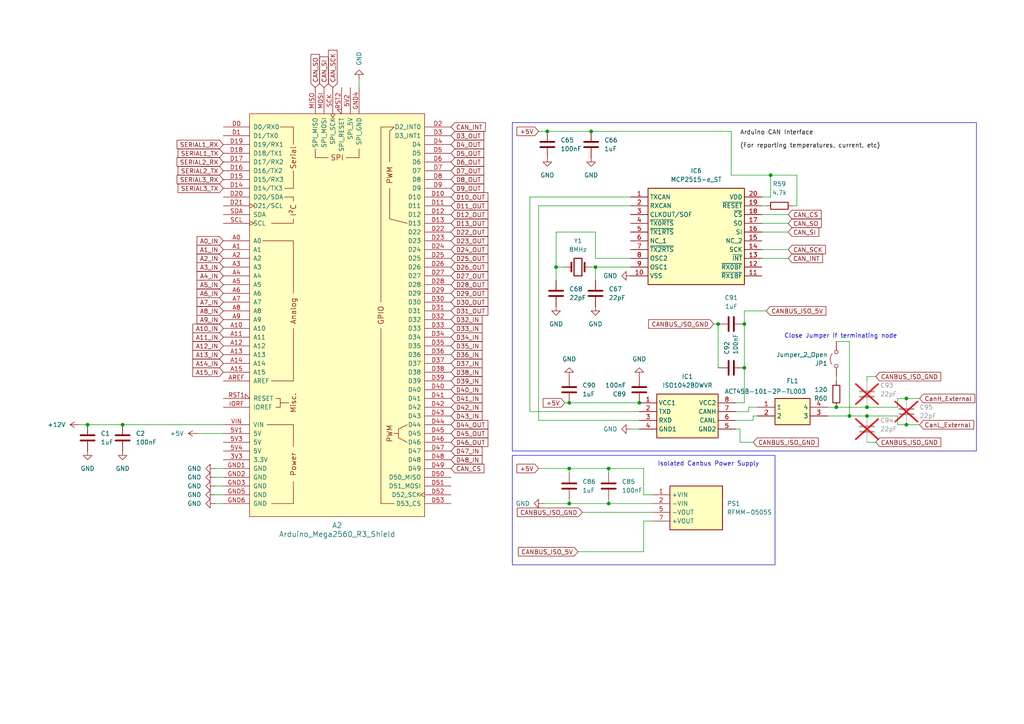
<source format=kicad_sch>
(kicad_sch (version 20250114) (generator "eeschema") (generator_version "9.0")
  (paper "A4")
  (lib_symbols
    (symbol "Device:C" (pin_numbers (hide yes)) (pin_names (offset 0.254))
      (property "Reference" "C" (at 0.635 2.54 0))
      (property "Value" "C" (at 0.635 -2.54 0))
      (symbol "C_0_1"
        (polyline (pts (xy -2.032 0.762) (xy 2.032 0.762)) (stroke (width 0.508)))
        (polyline (pts (xy -2.032 -0.762) (xy 2.032 -0.762)) (stroke (width 0.508)))
      )
      (symbol "C_1_1"
        (pin passive line (at 0 3.81 270) (length 2.794) (name "~") (number "1"))
        (pin passive line (at 0 -3.81 90) (length 2.794) (name "~") (number "2"))
      )
    )
    (symbol "Device:Crystal" (pin_numbers (hide yes)) (pin_names (offset 1.016) (hide yes))
      (property "Reference" "Y" (at 0 3.81 0))
      (property "Value" "Crystal" (at 0 -3.81 0))
      (symbol "Crystal_0_1"
        (polyline (pts (xy -2.54 0) (xy -1.905 0)))
        (polyline (pts (xy -1.905 -1.27) (xy -1.905 1.27)) (stroke (width 0.508)))
        (rectangle (start -1.143 2.54) (end 1.143 -2.54) (stroke (width 0.3048)))
        (polyline (pts (xy 1.905 -1.27) (xy 1.905 1.27)) (stroke (width 0.508)))
        (polyline (pts (xy 2.54 0) (xy 1.905 0)))
      )
      (symbol "Crystal_1_1"
        (pin passive line (at -3.81 0 0) (length 1.27) (name "1") (number "1"))
        (pin passive line (at 3.81 0 180) (length 1.27) (name "2") (number "2"))
      )
    )
    (symbol "Device:R" (pin_numbers (hide yes)) (pin_names (offset 0))
      (property "Reference" "R" (at 2.032 0 90))
      (property "Value" "R" (at 0 0 90))
      (symbol "R_0_1"
        (rectangle (start -1.016 -2.54) (end 1.016 2.54) (stroke (width 0.254)))
      )
      (symbol "R_1_1"
        (pin passive line (at 0 3.81 270) (length 1.27) (name "~") (number "1"))
        (pin passive line (at 0 -3.81 90) (length 1.27) (name "~") (number "2"))
      )
    )
    (symbol "InverterCom:ACT45B-101-2P-TL003"
      (property "Reference" "FL" (at 16.51 7.62 0))
      (property "Value" "ACT45B-101-2P-TL003" (at 16.51 5.08 0))
      (symbol "ACT45B-101-2P-TL003_1_1"
        (rectangle (start 5.08 2.54) (end 15.24 -5.08) (stroke (width 0.254)) (fill (type background)))
        (pin passive line (at 0 0 0) (length 5.08) (name "1") (number "1"))
        (pin passive line (at 0 -2.54 0) (length 5.08) (name "2") (number "2"))
        (pin passive line (at 20.32 0 180) (length 5.08) (name "4") (number "4"))
        (pin passive line (at 20.32 -2.54 180) (length 5.08) (name "3") (number "3"))
      )
    )
    (symbol "InverterCom:ISO1042BDWVR"
      (property "Reference" "IC" (at 24.13 7.62 0))
      (property "Value" "ISO1042BDWVR" (at 24.13 5.08 0))
      (symbol "ISO1042BDWVR_1_1"
        (rectangle (start 5.08 2.54) (end 22.86 -10.16) (stroke (width 0.254)) (fill (type background)))
        (pin passive line (at 0 0 0) (length 5.08) (name "VCC1") (number "1"))
        (pin passive line (at 0 -2.54 0) (length 5.08) (name "TXD") (number "2"))
        (pin passive line (at 0 -5.08 0) (length 5.08) (name "RXD") (number "3"))
        (pin passive line (at 0 -7.62 0) (length 5.08) (name "GND1") (number "4"))
        (pin passive line (at 27.94 0 180) (length 5.08) (name "VCC2") (number "8"))
        (pin passive line (at 27.94 -2.54 180) (length 5.08) (name "CANH") (number "7"))
        (pin passive line (at 27.94 -5.08 180) (length 5.08) (name "CANL") (number "6"))
        (pin passive line (at 27.94 -7.62 180) (length 5.08) (name "GND2") (number "5"))
      )
    )
    (symbol "InverterCom:MCP2515-e_ST"
      (property "Reference" "IC" (at 34.29 7.62 0))
      (property "Value" "MCP2515-e_ST" (at 34.29 5.08 0))
      (symbol "MCP2515-e_ST_1_1"
        (rectangle (start 5.08 2.54) (end 33.02 -25.4) (stroke (width 0.254)) (fill (type background)))
        (pin passive line (at 0 0 0) (length 5.08) (name "TXCAN") (number "1"))
        (pin passive line (at 0 -2.54 0) (length 5.08) (name "RXCAN") (number "2"))
        (pin passive line (at 0 -5.08 0) (length 5.08) (name "CLKOUT/SOF") (number "3"))
        (pin passive line (at 0 -7.62 0) (length 5.08) (name "~{TX0RTS}") (number "4"))
        (pin passive line (at 0 -10.16 0) (length 5.08) (name "~{TX1RTS}") (number "5"))
        (pin passive line (at 0 -12.7 0) (length 5.08) (name "NC_1") (number "6"))
        (pin passive line (at 0 -15.24 0) (length 5.08) (name "~{TX2RTS}") (number "7"))
        (pin passive line (at 0 -17.78 0) (length 5.08) (name "OSC2") (number "8"))
        (pin passive line (at 0 -20.32 0) (length 5.08) (name "OSC1") (number "9"))
        (pin passive line (at 0 -22.86 0) (length 5.08) (name "VSS") (number "10"))
        (pin passive line (at 38.1 0 180) (length 5.08) (name "VDD") (number "20"))
        (pin passive line (at 38.1 -2.54 180) (length 5.08) (name "~{RESET}") (number "19"))
        (pin passive line (at 38.1 -5.08 180) (length 5.08) (name "~{CS}") (number "18"))
        (pin passive line (at 38.1 -7.62 180) (length 5.08) (name "SO") (number "17"))
        (pin passive line (at 38.1 -10.16 180) (length 5.08) (name "SI") (number "16"))
        (pin passive line (at 38.1 -12.7 180) (length 5.08) (name "NC_2") (number "15"))
        (pin passive line (at 38.1 -15.24 180) (length 5.08) (name "SCK") (number "14"))
        (pin passive line (at 38.1 -17.78 180) (length 5.08) (name "~{INT}") (number "13"))
        (pin passive line (at 38.1 -20.32 180) (length 5.08) (name "~{RX0BF}") (number "12"))
        (pin passive line (at 38.1 -22.86 180) (length 5.08) (name "~{RX1BF}") (number "11"))
      )
    )
    (symbol "InverterCom:RFMM-0505S"
      (property "Reference" "PS" (at 21.59 7.62 0))
      (property "Value" "RFMM-0505S" (at 21.59 5.08 0))
      (symbol "RFMM-0505S_1_1"
        (rectangle (start 5.08 2.54) (end 20.32 -10.16) (stroke (width 0.254)) (fill (type background)))
        (pin passive line (at 0 0 0) (length 5.08) (name "+VIN") (number "1"))
        (pin passive line (at 0 -2.54 0) (length 5.08) (name "-VIN") (number "2"))
        (pin passive line (at 0 -5.08 0) (length 5.08) (name "-VOUT") (number "5"))
        (pin passive line (at 0 -7.62 0) (length 5.08) (name "+VOUT") (number "7"))
      )
    )
    (symbol "Jumper:Jumper_2_Open" (pin_numbers (hide yes)) (pin_names (offset 0) (hide yes)) (exclude_from_sim yes)
      (property "Reference" "JP" (at 0 2.794 0))
      (property "Value" "Jumper_2_Open" (at 0 -2.286 0))
      (symbol "Jumper_2_Open_0_0"
        (circle (center -2.032 0) (radius 0.508))
        (circle (center 2.032 0) (radius 0.508))
      )
      (symbol "Jumper_2_Open_0_1"
        (arc (start -1.524 1.27) (mid 0 1.778) (end 1.524 1.27))
      )
      (symbol "Jumper_2_Open_1_1"
        (pin passive line (at -5.08 0 0) (length 2.54) (name "A") (number "1"))
        (pin passive line (at 5.08 0 180) (length 2.54) (name "B") (number "2"))
      )
    )
    (symbol "arduino-library:Arduino_Mega2560_R3_Shield" (pin_names (offset 1.016))
      (property "Reference" "A" (at 0 -62.23 0))
      (property "Value" "Arduino_Mega2560_R3_Shield" (at 0 -66.04 0))
      (symbol "Arduino_Mega2560_R3_Shield_0_0"
        (rectangle (start -25.4 -58.42) (end 25.4 58.42) (fill (type background)))
        (polyline (pts (xy -21.59 21.59) (xy -12.7 21.59)))
        (rectangle (start -20.32 -31.75) (end -12.7 -31.75))
        (rectangle (start -19.05 26.67) (end -12.7 26.67))
        (rectangle (start -19.05 -19.05) (end -12.7 -19.05))
        (rectangle (start -19.05 -54.61) (end -12.7 -54.61))
        (rectangle (start -17.78 -24.13) (end -16.51 -24.13))
        (rectangle (start -17.78 -26.67) (end -16.51 -26.67))
        (rectangle (start -16.51 54.61) (end -12.7 54.61))
        (rectangle (start -16.51 -24.13) (end -16.51 -26.67))
        (rectangle (start -16.51 -25.4) (end -13.97 -25.4))
        (rectangle (start -15.24 36.83) (end -12.7 36.83))
        (rectangle (start -15.24 34.29) (end -12.7 34.29))
        (rectangle (start -12.7 49.53) (end -12.7 54.61))
        (rectangle (start -12.7 41.91) (end -12.7 36.83))
        (rectangle (start -12.7 34.29) (end -12.7 33.02))
        (rectangle (start -12.7 26.67) (end -12.7 27.94))
        (polyline (pts (xy -12.7 6.35) (xy -12.7 21.59)))
        (polyline (pts (xy -12.7 -19.05) (xy -12.7 -3.81)))
        (rectangle (start -12.7 -31.75) (end -12.7 -38.1))
        (rectangle (start -12.7 -54.61) (end -12.7 -48.26))
        (rectangle (start -6.35 48.26) (end -6.35 45.72))
        (rectangle (start -2.54 45.72) (end -6.35 45.72))
        (rectangle (start 6.35 48.26) (end 6.35 45.72))
        (rectangle (start 6.35 45.72) (end 2.54 45.72))
        (polyline (pts (xy 12.7 54.61) (xy 16.51 54.61)))
        (polyline (pts (xy 12.7 -54.61) (xy 16.51 -54.61)))
        (polyline (pts (xy 15.24 44.45) (xy 15.24 53.34) (xy 16.51 54.61)))
        (polyline (pts (xy 15.24 36.83) (xy 15.24 27.94) (xy 20.32 26.67)))
        (polyline (pts (xy 17.78 -34.29) (xy 16.51 -34.29)))
        (polyline (pts (xy 20.32 -31.75) (xy 17.78 -33.02) (xy 17.78 -35.56) (xy 20.32 -36.83)))
        (text "Serial" (at -12.7 45.72 900) (effects (font (size 1.524 1.524))))
        (text "I²C" (at -12.7 30.48 900) (effects (font (size 1.524 1.524))))
        (text "Analog" (at -12.7 1.27 900) (effects (font (size 1.524 1.524))))
        (text "Misc." (at -12.7 -25.4 900) (effects (font (size 1.524 1.524))))
        (text "Power" (at -12.7 -43.18 900) (effects (font (size 1.524 1.524))))
        (text "SPI" (at 0 45.72 0) (effects (font (size 1.524 1.524))))
        (text "PWM" (at 15.24 40.64 900) (effects (font (size 1.524 1.524))))
        (text "PWM" (at 15.24 -34.29 900) (effects (font (size 1.524 1.524))))
      )
      (symbol "Arduino_Mega2560_R3_Shield_1_0"
        (rectangle (start 12.7 54.61) (end 12.7 3.81))
        (rectangle (start 12.7 -54.61) (end 12.7 -3.81))
        (text "GPIO" (at 12.7 0 900) (effects (font (size 1.524 1.524))))
      )
      (symbol "Arduino_Mega2560_R3_Shield_1_1"
        (pin bidirectional line (at -33.02 54.61 0) (length 7.62) (name "D0/RX0") (number "D0"))
        (pin bidirectional line (at -33.02 52.07 0) (length 7.62) (name "D1/TX0") (number "D1"))
        (pin bidirectional line (at -33.02 49.53 0) (length 7.62) (name "D19/RX1") (number "D19"))
        (pin bidirectional line (at -33.02 46.99 0) (length 7.62) (name "D18/TX1") (number "D18"))
        (pin bidirectional line (at -33.02 44.45 0) (length 7.62) (name "D17/RX2") (number "D17"))
        (pin bidirectional line (at -33.02 41.91 0) (length 7.62) (name "D16/TX2") (number "D16"))
        (pin bidirectional line (at -33.02 39.37 0) (length 7.62) (name "D15/RX3") (number "D15"))
        (pin bidirectional line (at -33.02 36.83 0) (length 7.62) (name "D14/TX3") (number "D14"))
        (pin bidirectional line (at -33.02 34.29 0) (length 7.62) (name "D20/SDA") (number "D20"))
        (pin bidirectional clock (at -33.02 31.75 0) (length 7.62) (name "D21/SCL") (number "D21"))
        (pin bidirectional line (at -33.02 29.21 0) (length 7.62) (name "SDA") (number "SDA"))
        (pin bidirectional clock (at -33.02 26.67 0) (length 7.62) (name "SCL") (number "SCL"))
        (pin bidirectional line (at -33.02 21.59 0) (length 7.62) (name "A0") (number "A0"))
        (pin bidirectional line (at -33.02 19.05 0) (length 7.62) (name "A1") (number "A1"))
        (pin bidirectional line (at -33.02 16.51 0) (length 7.62) (name "A2") (number "A2"))
        (pin bidirectional line (at -33.02 13.97 0) (length 7.62) (name "A3") (number "A3"))
        (pin bidirectional line (at -33.02 11.43 0) (length 7.62) (name "A4") (number "A4"))
        (pin bidirectional line (at -33.02 8.89 0) (length 7.62) (name "A5") (number "A5"))
        (pin bidirectional line (at -33.02 6.35 0) (length 7.62) (name "A6") (number "A6"))
        (pin bidirectional line (at -33.02 3.81 0) (length 7.62) (name "A7") (number "A7"))
        (pin bidirectional line (at -33.02 1.27 0) (length 7.62) (name "A8") (number "A8"))
        (pin bidirectional line (at -33.02 -1.27 0) (length 7.62) (name "A9") (number "A9"))
        (pin bidirectional line (at -33.02 -3.81 0) (length 7.62) (name "A10") (number "A10"))
        (pin bidirectional line (at -33.02 -6.35 0) (length 7.62) (name "A11") (number "A11"))
        (pin bidirectional line (at -33.02 -8.89 0) (length 7.62) (name "A12") (number "A12"))
        (pin bidirectional line (at -33.02 -11.43 0) (length 7.62) (name "A13") (number "A13"))
        (pin bidirectional line (at -33.02 -13.97 0) (length 7.62) (name "A14") (number "A14"))
        (pin bidirectional line (at -33.02 -16.51 0) (length 7.62) (name "A15") (number "A15"))
        (pin input line (at -33.02 -19.05 0) (length 7.62) (name "AREF") (number "AREF"))
        (pin open_collector input_low (at -33.02 -24.13 0) (length 7.62) (name "RESET") (number "RST1"))
        (pin output line (at -33.02 -26.67 0) (length 7.62) (name "IOREF") (number "IORF"))
        (pin power_in line (at -33.02 -31.75 0) (length 7.62) (name "VIN") (number "VIN"))
        (pin power_in line (at -33.02 -34.29 0) (length 7.62) (name "5V") (number "5V1"))
        (pin power_in line (at -33.02 -36.83 0) (length 7.62) (name "5V") (number "5V3"))
        (pin power_in line (at -33.02 -39.37 0) (length 7.62) (name "5V") (number "5V4"))
        (pin power_out line (at -33.02 -41.91 0) (length 7.62) (name "3.3V") (number "3V3"))
        (pin power_in line (at -33.02 -44.45 0) (length 7.62) (name "GND") (number "GND1"))
        (pin power_in line (at -33.02 -46.99 0) (length 7.62) (name "GND") (number "GND2"))
        (pin power_in line (at -33.02 -49.53 0) (length 7.62) (name "GND") (number "GND3"))
        (pin power_in line (at -33.02 -52.07 0) (length 7.62) (name "GND") (number "GND5"))
        (pin power_in line (at -33.02 -54.61 0) (length 7.62) (name "GND") (number "GND6"))
        (pin input line (at -6.35 66.04 270) (length 7.62) (name "SPI_MISO") (number "MISO"))
        (pin output line (at -3.81 66.04 270) (length 7.62) (name "SPI_MOSI") (number "MOSI"))
        (pin output clock (at -1.27 66.04 270) (length 7.62) (name "SPI_SCK") (number "SCK"))
        (pin open_collector input_low (at 1.27 66.04 270) (length 7.62) (name "SPI_RESET") (number "RST2"))
        (pin power_in line (at 3.81 66.04 270) (length 7.62) (name "SPI_5V") (number "5V2"))
        (pin power_in line (at 6.35 66.04 270) (length 7.62) (name "SPI_GND") (number "GND4"))
        (pin bidirectional line (at 33.02 54.61 180) (length 7.62) (name "D2_INT0") (number "D2"))
        (pin bidirectional line (at 33.02 52.07 180) (length 7.62) (name "D3_INT1") (number "D3"))
        (pin bidirectional line (at 33.02 49.53 180) (length 7.62) (name "D4") (number "D4"))
        (pin bidirectional line (at 33.02 46.99 180) (length 7.62) (name "D5") (number "D5"))
        (pin bidirectional line (at 33.02 44.45 180) (length 7.62) (name "D6") (number "D6"))
        (pin bidirectional line (at 33.02 41.91 180) (length 7.62) (name "D7") (number "D7"))
        (pin bidirectional line (at 33.02 39.37 180) (length 7.62) (name "D8") (number "D8"))
        (pin bidirectional line (at 33.02 36.83 180) (length 7.62) (name "D9") (number "D9"))
        (pin bidirectional line (at 33.02 34.29 180) (length 7.62) (name "D10") (number "D10"))
        (pin bidirectional line (at 33.02 31.75 180) (length 7.62) (name "D11") (number "D11"))
        (pin bidirectional line (at 33.02 29.21 180) (length 7.62) (name "D12") (number "D12"))
        (pin bidirectional line (at 33.02 26.67 180) (length 7.62) (name "D13") (number "D13"))
        (pin bidirectional line (at 33.02 24.13 180) (length 7.62) (name "D22") (number "D22"))
        (pin bidirectional line (at 33.02 21.59 180) (length 7.62) (name "D23") (number "D23"))
        (pin bidirectional line (at 33.02 19.05 180) (length 7.62) (name "D24") (number "D24"))
        (pin bidirectional line (at 33.02 16.51 180) (length 7.62) (name "D25") (number "D25"))
        (pin bidirectional line (at 33.02 13.97 180) (length 7.62) (name "D26") (number "D26"))
        (pin bidirectional line (at 33.02 11.43 180) (length 7.62) (name "D27") (number "D27"))
        (pin bidirectional line (at 33.02 8.89 180) (length 7.62) (name "D28") (number "D28"))
        (pin bidirectional line (at 33.02 6.35 180) (length 7.62) (name "D29") (number "D29"))
        (pin bidirectional line (at 33.02 3.81 180) (length 7.62) (name "D30") (number "D30"))
        (pin bidirectional line (at 33.02 1.27 180) (length 7.62) (name "D31") (number "D31"))
        (pin bidirectional line (at 33.02 -1.27 180) (length 7.62) (name "D32") (number "D32"))
        (pin bidirectional line (at 33.02 -3.81 180) (length 7.62) (name "D33") (number "D33"))
        (pin bidirectional line (at 33.02 -6.35 180) (length 7.62) (name "D34") (number "D34"))
        (pin bidirectional line (at 33.02 -8.89 180) (length 7.62) (name "D35") (number "D35"))
        (pin bidirectional line (at 33.02 -11.43 180) (length 7.62) (name "D36") (number "D36"))
        (pin bidirectional line (at 33.02 -13.97 180) (length 7.62) (name "D37") (number "D37"))
        (pin bidirectional line (at 33.02 -16.51 180) (length 7.62) (name "D38") (number "D38"))
        (pin bidirectional line (at 33.02 -19.05 180) (length 7.62) (name "D39") (number "D39"))
        (pin bidirectional line (at 33.02 -21.59 180) (length 7.62) (name "D40") (number "D40"))
        (pin bidirectional line (at 33.02 -24.13 180) (length 7.62) (name "D41") (number "D41"))
        (pin bidirectional line (at 33.02 -26.67 180) (length 7.62) (name "D42") (number "D42"))
        (pin bidirectional line (at 33.02 -29.21 180) (length 7.62) (name "D43") (number "D43"))
        (pin bidirectional line (at 33.02 -31.75 180) (length 7.62) (name "D44") (number "D44"))
        (pin bidirectional line (at 33.02 -34.29 180) (length 7.62) (name "D45") (number "D45"))
        (pin bidirectional line (at 33.02 -36.83 180) (length 7.62) (name "D46") (number "D46"))
        (pin bidirectional line (at 33.02 -39.37 180) (length 7.62) (name "D47") (number "D47"))
        (pin bidirectional line (at 33.02 -41.91 180) (length 7.62) (name "D48") (number "D48"))
        (pin bidirectional line (at 33.02 -44.45 180) (length 7.62) (name "D49") (number "D49"))
        (pin bidirectional line (at 33.02 -46.99 180) (length 7.62) (name "D50_MISO") (number "D50"))
        (pin bidirectional line (at 33.02 -49.53 180) (length 7.62) (name "D51_MOSI") (number "D51"))
        (pin bidirectional clock (at 33.02 -52.07 180) (length 7.62) (name "D52_SCK") (number "D52"))
        (pin bidirectional line (at 33.02 -54.61 180) (length 7.62) (name "D53_CS") (number "D53"))
      )
    )
    (symbol "power:+12V" (power) (pin_numbers (hide yes)) (pin_names (offset 0) (hide yes))
      (property "Value" "+12V" (at 0 3.556 0))
      (symbol "+12V_0_1"
        (polyline (pts (xy -0.762 1.27) (xy 0 2.54)))
        (polyline (pts (xy 0 2.54) (xy 0.762 1.27)))
        (polyline (pts (xy 0 0) (xy 0 2.54)))
      )
      (symbol "+12V_1_1"
        (pin power_in line (at 0 0 90) (length 0) (name "~") (number "1"))
      )
    )
    (symbol "power:+5V" (power) (pin_numbers (hide yes)) (pin_names (offset 0) (hide yes))
      (property "Value" "+5V" (at 0 3.556 0))
      (symbol "+5V_0_1"
        (polyline (pts (xy -0.762 1.27) (xy 0 2.54)))
        (polyline (pts (xy 0 2.54) (xy 0.762 1.27)))
        (polyline (pts (xy 0 0) (xy 0 2.54)))
      )
      (symbol "+5V_1_1"
        (pin power_in line (at 0 0 90) (length 0) (name "~") (number "1"))
      )
    )
    (symbol "power:GND" (power) (pin_numbers (hide yes)) (pin_names (offset 0) (hide yes))
      (property "Value" "GND" (at 0 -3.81 0))
      (symbol "GND_0_1"
        (polyline (pts (xy 0 0) (xy 0 -1.27) (xy 1.27 -1.27) (xy 0 -2.54) (xy -1.27 -1.27) (xy 0 -1.27)))
      )
      (symbol "GND_1_1"
        (pin power_in line (at 0 0 270) (length 0) (name "~") (number "1"))
      )
    )
  )
  (rectangle (start 148.59 35.56) (end 283.21 130.81))
  (rectangle (start 148.59 132.08) (end 224.79 163.83))
  (text "Isolated Canbus Power Supply\n" (at 205.486 134.62 0) (effects (font (size 1.27 1.27))))
  (text "Close Jumper if terminating node\n" (at 243.84 97.536 0) (effects (font (size 1.27 1.27))))
  (junction (at 165.1 146.05))
  (junction (at 251.46 120.65))
  (junction (at 215.9 93.98))
  (junction (at 242.57 118.11))
  (junction (at 161.29 77.47))
  (junction (at 171.45 38.1))
  (junction (at 165.1 135.89))
  (junction (at 215.9 106.68))
  (junction (at 185.42 116.84))
  (junction (at 35.56 123.19))
  (junction (at 251.46 118.11))
  (junction (at 176.53 146.05))
  (junction (at 172.72 77.47))
  (junction (at 262.89 123.19))
  (junction (at 262.89 115.57))
  (junction (at 246.38 120.65))
  (junction (at 223.52 50.8))
  (junction (at 158.75 38.1))
  (junction (at 176.53 135.89))
  (junction (at 25.4 123.19))
  (junction (at 165.1 116.84))
  (junction (at 208.28 93.98))
  (wire (pts (xy 62.23 140.97) (xy 64.77 140.97)))
  (wire (pts (xy 156.21 59.69) (xy 156.21 121.92)))
  (wire (pts (xy 104.14 22.86) (xy 104.14 25.4)))
  (wire (pts (xy 222.25 90.17) (xy 215.9 90.17)))
  (wire (pts (xy 220.98 57.15) (xy 223.52 57.15)))
  (wire (pts (xy 212.09 38.1) (xy 171.45 38.1)))
  (wire (pts (xy 165.1 144.78) (xy 165.1 146.05)))
  (wire (pts (xy 186.69 143.51) (xy 189.23 143.51)))
  (wire (pts (xy 158.75 38.1) (xy 171.45 38.1)))
  (wire (pts (xy 156.21 135.89) (xy 165.1 135.89)))
  (wire (pts (xy 172.72 67.31) (xy 161.29 67.31)))
  (wire (pts (xy 176.53 146.05) (xy 189.23 146.05)))
  (wire (pts (xy 156.21 59.69) (xy 182.88 59.69)))
  (wire (pts (xy 262.89 123.19) (xy 266.7 123.19)))
  (wire (pts (xy 260.35 123.19) (xy 260.35 120.65)))
  (wire (pts (xy 156.21 121.92) (xy 185.42 121.92)))
  (wire (pts (xy 156.21 38.1) (xy 158.75 38.1)))
  (wire (pts (xy 217.17 118.11) (xy 219.71 118.11)))
  (wire (pts (xy 242.57 118.11) (xy 251.46 118.11)))
  (wire (pts (xy 212.09 50.8) (xy 212.09 38.1)))
  (wire (pts (xy 251.46 118.11) (xy 260.35 118.11)))
  (wire (pts (xy 215.9 116.84) (xy 213.36 116.84)))
  (wire (pts (xy 153.67 57.15) (xy 182.88 57.15)))
  (wire (pts (xy 215.9 90.17) (xy 215.9 93.98)))
  (wire (pts (xy 220.98 62.23) (xy 228.6 62.23)))
  (wire (pts (xy 208.28 93.98) (xy 208.28 106.68)))
  (wire (pts (xy 217.17 119.38) (xy 213.36 119.38)))
  (wire (pts (xy 220.98 72.39) (xy 228.6 72.39)))
  (wire (pts (xy 168.91 148.59) (xy 189.23 148.59)))
  (wire (pts (xy 186.69 151.13) (xy 186.69 160.02)))
  (wire (pts (xy 161.29 77.47) (xy 163.83 77.47)))
  (wire (pts (xy 57.15 125.73) (xy 64.77 125.73)))
  (wire (pts (xy 35.56 123.19) (xy 64.77 123.19)))
  (wire (pts (xy 62.23 138.43) (xy 64.77 138.43)))
  (wire (pts (xy 260.35 123.19) (xy 262.89 123.19)))
  (wire (pts (xy 153.67 57.15) (xy 153.67 119.38)))
  (wire (pts (xy 242.57 99.06) (xy 246.38 99.06)))
  (wire (pts (xy 214.63 124.46) (xy 213.36 124.46)))
  (wire (pts (xy 231.14 59.69) (xy 231.14 50.8)))
  (wire (pts (xy 218.44 120.65) (xy 218.44 121.92)))
  (wire (pts (xy 214.63 128.27) (xy 214.63 124.46)))
  (wire (pts (xy 167.64 160.02) (xy 186.69 160.02)))
  (wire (pts (xy 260.35 115.57) (xy 260.35 118.11)))
  (wire (pts (xy 251.46 120.65) (xy 260.35 120.65)))
  (wire (pts (xy 25.4 123.19) (xy 35.56 123.19)))
  (wire (pts (xy 254 109.22) (xy 251.46 109.22)))
  (wire (pts (xy 229.87 59.69) (xy 231.14 59.69)))
  (wire (pts (xy 22.86 123.19) (xy 25.4 123.19)))
  (wire (pts (xy 165.1 135.89) (xy 176.53 135.89)))
  (wire (pts (xy 246.38 120.65) (xy 251.46 120.65)))
  (wire (pts (xy 176.53 135.89) (xy 176.53 137.16)))
  (wire (pts (xy 251.46 128.27) (xy 254 128.27)))
  (wire (pts (xy 207.01 93.98) (xy 208.28 93.98)))
  (wire (pts (xy 62.23 146.05) (xy 64.77 146.05)))
  (wire (pts (xy 212.09 50.8) (xy 223.52 50.8)))
  (wire (pts (xy 220.98 64.77) (xy 228.6 64.77)))
  (wire (pts (xy 215.9 106.68) (xy 215.9 116.84)))
  (wire (pts (xy 215.9 93.98) (xy 215.9 106.68)))
  (wire (pts (xy 218.44 128.27) (xy 214.63 128.27)))
  (wire (pts (xy 153.67 119.38) (xy 185.42 119.38)))
  (wire (pts (xy 165.1 116.84) (xy 185.42 116.84)))
  (wire (pts (xy 165.1 146.05) (xy 176.53 146.05)))
  (wire (pts (xy 171.45 77.47) (xy 172.72 77.47)))
  (wire (pts (xy 176.53 144.78) (xy 176.53 146.05)))
  (wire (pts (xy 172.72 77.47) (xy 182.88 77.47)))
  (wire (pts (xy 62.23 143.51) (xy 64.77 143.51)))
  (wire (pts (xy 172.72 74.93) (xy 172.72 67.31)))
  (wire (pts (xy 240.03 118.11) (xy 242.57 118.11)))
  (wire (pts (xy 217.17 118.11) (xy 217.17 119.38)))
  (wire (pts (xy 242.57 109.22) (xy 242.57 110.49)))
  (wire (pts (xy 182.88 124.46) (xy 185.42 124.46)))
  (wire (pts (xy 182.88 74.93) (xy 172.72 74.93)))
  (wire (pts (xy 246.38 99.06) (xy 246.38 120.65)))
  (wire (pts (xy 240.03 120.65) (xy 246.38 120.65)))
  (wire (pts (xy 231.14 50.8) (xy 223.52 50.8)))
  (wire (pts (xy 251.46 109.22) (xy 251.46 110.49)))
  (wire (pts (xy 218.44 121.92) (xy 213.36 121.92)))
  (wire (pts (xy 186.69 135.89) (xy 186.69 143.51)))
  (wire (pts (xy 161.29 67.31) (xy 161.29 77.47)))
  (wire (pts (xy 165.1 135.89) (xy 165.1 137.16)))
  (wire (pts (xy 161.29 77.47) (xy 161.29 81.28)))
  (wire (pts (xy 176.53 135.89) (xy 186.69 135.89)))
  (wire (pts (xy 262.89 115.57) (xy 266.7 115.57)))
  (wire (pts (xy 189.23 151.13) (xy 186.69 151.13)))
  (wire (pts (xy 163.83 116.84) (xy 165.1 116.84)))
  (wire (pts (xy 218.44 120.65) (xy 219.71 120.65)))
  (wire (pts (xy 220.98 59.69) (xy 222.25 59.69)))
  (wire (pts (xy 157.48 146.05) (xy 165.1 146.05)))
  (wire (pts (xy 172.72 81.28) (xy 172.72 77.47)))
  (wire (pts (xy 220.98 67.31) (xy 228.6 67.31)))
  (wire (pts (xy 223.52 57.15) (xy 223.52 50.8)))
  (wire (pts (xy 260.35 115.57) (xy 262.89 115.57)))
  (wire (pts (xy 220.98 74.93) (xy 228.6 74.93)))
  (wire (pts (xy 62.23 135.89) (xy 64.77 135.89)))
  (label "Arduino CAN Interface" (at 214.63 39.37 0))
  (label "(For reporting temperatures, current, etc)" (at 214.63 43.18 0))
  (global_label "D47_IN" (shape input) (at 130.81 130.81 0) (property "Intersheetrefs" "${INTERSHEET_REFS}" (effects (hide yes))))
  (global_label "D4_OUT" (shape input) (at 130.81 41.91 0) (property "Intersheetrefs" "${INTERSHEET_REFS}" (effects (hide yes))))
  (global_label "D48_IN" (shape input) (at 130.81 133.35 0) (property "Intersheetrefs" "${INTERSHEET_REFS}" (effects (hide yes))))
  (global_label "SERIAL2_TX" (shape input) (at 64.77 49.53 180) (property "Intersheetrefs" "${INTERSHEET_REFS}" (effects (hide yes))))
  (global_label "D31_OUT" (shape input) (at 130.81 90.17 0) (property "Intersheetrefs" "${INTERSHEET_REFS}" (effects (hide yes))))
  (global_label "D44_OUT" (shape input) (at 130.81 123.19 0) (property "Intersheetrefs" "${INTERSHEET_REFS}" (effects (hide yes))))
  (global_label "A4_IN" (shape input) (at 64.77 80.01 180) (property "Intersheetrefs" "${INTERSHEET_REFS}" (effects (hide yes))))
  (global_label "SERIAL3_TX" (shape input) (at 64.77 54.61 180) (property "Intersheetrefs" "${INTERSHEET_REFS}" (effects (hide yes))))
  (global_label "CANBUS_ISO_5V" (shape input) (at 222.25 90.17 0) (property "Intersheetrefs" "${INTERSHEET_REFS}" (effects (hide yes))))
  (global_label "CAN_CS" (shape input) (at 228.6 62.23 0) (property "Intersheetrefs" "${INTERSHEET_REFS}" (effects (hide yes))))
  (global_label "CAN_INT" (shape input) (at 228.6 74.93 0) (property "Intersheetrefs" "${INTERSHEET_REFS}" (effects (hide yes))))
  (global_label "D5_OUT" (shape input) (at 130.81 44.45 0) (property "Intersheetrefs" "${INTERSHEET_REFS}" (effects (hide yes))))
  (global_label "A1_IN" (shape input) (at 64.77 72.39 180) (property "Intersheetrefs" "${INTERSHEET_REFS}" (effects (hide yes))))
  (global_label "D37_IN" (shape input) (at 130.81 105.41 0) (property "Intersheetrefs" "${INTERSHEET_REFS}" (effects (hide yes))))
  (global_label "D8_OUT" (shape input) (at 130.81 52.07 0) (property "Intersheetrefs" "${INTERSHEET_REFS}" (effects (hide yes))))
  (global_label "D42_IN" (shape input) (at 130.81 118.11 0) (property "Intersheetrefs" "${INTERSHEET_REFS}" (effects (hide yes))))
  (global_label "D32_IN" (shape input) (at 130.81 92.71 0) (property "Intersheetrefs" "${INTERSHEET_REFS}" (effects (hide yes))))
  (global_label "+5V" (shape input) (at 156.21 38.1 180) (property "Intersheetrefs" "${INTERSHEET_REFS}" (effects (hide yes))))
  (global_label "CanH_External" (shape input) (at 266.7 115.57 0) (property "Intersheetrefs" "${INTERSHEET_REFS}" (effects (hide yes))))
  (global_label "D25_OUT" (shape input) (at 130.81 74.93 0) (property "Intersheetrefs" "${INTERSHEET_REFS}" (effects (hide yes))))
  (global_label "+5V" (shape input) (at 163.83 116.84 180) (property "Intersheetrefs" "${INTERSHEET_REFS}" (effects (hide yes))))
  (global_label "CAN_SCK" (shape input) (at 228.6 72.39 0) (property "Intersheetrefs" "${INTERSHEET_REFS}" (effects (hide yes))))
  (global_label "+5V" (shape input) (at 156.21 135.89 180) (property "Intersheetrefs" "${INTERSHEET_REFS}" (effects (hide yes))))
  (global_label "D6_OUT" (shape input) (at 130.81 46.99 0) (property "Intersheetrefs" "${INTERSHEET_REFS}" (effects (hide yes))))
  (global_label "CAN_SO" (shape input) (at 228.6 64.77 0) (property "Intersheetrefs" "${INTERSHEET_REFS}" (effects (hide yes))))
  (global_label "D9_OUT" (shape input) (at 130.81 54.61 0) (property "Intersheetrefs" "${INTERSHEET_REFS}" (effects (hide yes))))
  (global_label "CANBUS_ISO_GND" (shape input) (at 207.01 93.98 180) (property "Intersheetrefs" "${INTERSHEET_REFS}" (effects (hide yes))))
  (global_label "SERIAL2_RX" (shape input) (at 64.77 46.99 180) (property "Intersheetrefs" "${INTERSHEET_REFS}" (effects (hide yes))))
  (global_label "A15_IN" (shape input) (at 64.77 107.95 180) (property "Intersheetrefs" "${INTERSHEET_REFS}" (effects (hide yes))))
  (global_label "D33_IN" (shape input) (at 130.81 95.25 0) (property "Intersheetrefs" "${INTERSHEET_REFS}" (effects (hide yes))))
  (global_label "A0_IN" (shape input) (at 64.77 69.85 180) (property "Intersheetrefs" "${INTERSHEET_REFS}" (effects (hide yes))))
  (global_label "SERIAL1_RX" (shape input) (at 64.77 41.91 180) (property "Intersheetrefs" "${INTERSHEET_REFS}" (effects (hide yes))))
  (global_label "CANBUS_ISO_GND" (shape input) (at 168.91 148.59 180) (property "Intersheetrefs" "${INTERSHEET_REFS}" (effects (hide yes))))
  (global_label "A7_IN" (shape input) (at 64.77 87.63 180) (property "Intersheetrefs" "${INTERSHEET_REFS}" (effects (hide yes))))
  (global_label "D34_IN" (shape input) (at 130.81 97.79 0) (property "Intersheetrefs" "${INTERSHEET_REFS}" (effects (hide yes))))
  (global_label "CANBUS_ISO_GND" (shape input) (at 254 128.27 0) (property "Intersheetrefs" "${INTERSHEET_REFS}" (effects (hide yes))))
  (global_label "CANBUS_ISO_GND" (shape input) (at 218.44 128.27 0) (property "Intersheetrefs" "${INTERSHEET_REFS}" (effects (hide yes))))
  (global_label "CAN_INT" (shape input) (at 130.81 36.83 0) (property "Intersheetrefs" "${INTERSHEET_REFS}" (effects (hide yes))))
  (global_label "D28_OUT" (shape input) (at 130.81 82.55 0) (property "Intersheetrefs" "${INTERSHEET_REFS}" (effects (hide yes))))
  (global_label "CAN_SI" (shape input) (at 228.6 67.31 0) (property "Intersheetrefs" "${INTERSHEET_REFS}" (effects (hide yes))))
  (global_label "D11_OUT" (shape input) (at 130.81 59.69 0) (property "Intersheetrefs" "${INTERSHEET_REFS}" (effects (hide yes))))
  (global_label "A3_IN" (shape input) (at 64.77 77.47 180) (property "Intersheetrefs" "${INTERSHEET_REFS}" (effects (hide yes))))
  (global_label "D38_IN" (shape input) (at 130.81 107.95 0) (property "Intersheetrefs" "${INTERSHEET_REFS}" (effects (hide yes))))
  (global_label "CANBUS_ISO_5V" (shape input) (at 167.64 160.02 180) (property "Intersheetrefs" "${INTERSHEET_REFS}" (effects (hide yes))))
  (global_label "D45_OUT" (shape input) (at 130.81 125.73 0) (property "Intersheetrefs" "${INTERSHEET_REFS}" (effects (hide yes))))
  (global_label "D43_IN" (shape input) (at 130.81 120.65 0) (property "Intersheetrefs" "${INTERSHEET_REFS}" (effects (hide yes))))
  (global_label "D7_OUT" (shape input) (at 130.81 49.53 0) (property "Intersheetrefs" "${INTERSHEET_REFS}" (effects (hide yes))))
  (global_label "CAN_SCK" (shape input) (at 96.52 25.4 90) (property "Intersheetrefs" "${INTERSHEET_REFS}" (effects (hide yes))))
  (global_label "D3_OUT" (shape input) (at 130.81 39.37 0) (property "Intersheetrefs" "${INTERSHEET_REFS}" (effects (hide yes))))
  (global_label "D10_OUT" (shape input) (at 130.81 57.15 0) (property "Intersheetrefs" "${INTERSHEET_REFS}" (effects (hide yes))))
  (global_label "CANBUS_ISO_GND" (shape input) (at 254 109.22 0) (property "Intersheetrefs" "${INTERSHEET_REFS}" (effects (hide yes))))
  (global_label "CanL_External" (shape input) (at 266.7 123.19 0) (property "Intersheetrefs" "${INTERSHEET_REFS}" (effects (hide yes))))
  (global_label "CAN_SI" (shape input) (at 93.98 25.4 90) (property "Intersheetrefs" "${INTERSHEET_REFS}" (effects (hide yes))))
  (global_label "D29_OUT" (shape input) (at 130.81 85.09 0) (property "Intersheetrefs" "${INTERSHEET_REFS}" (effects (hide yes))))
  (global_label "D39_IN" (shape input) (at 130.81 110.49 0) (property "Intersheetrefs" "${INTERSHEET_REFS}" (effects (hide yes))))
  (global_label "A13_IN" (shape input) (at 64.77 102.87 180) (property "Intersheetrefs" "${INTERSHEET_REFS}" (effects (hide yes))))
  (global_label "A2_IN" (shape input) (at 64.77 74.93 180) (property "Intersheetrefs" "${INTERSHEET_REFS}" (effects (hide yes))))
  (global_label "D26_OUT" (shape input) (at 130.81 77.47 0) (property "Intersheetrefs" "${INTERSHEET_REFS}" (effects (hide yes))))
  (global_label "CAN_CS" (shape input) (at 130.81 135.89 0) (property "Intersheetrefs" "${INTERSHEET_REFS}" (effects (hide yes))))
  (global_label "A10_IN" (shape input) (at 64.77 95.25 180) (property "Intersheetrefs" "${INTERSHEET_REFS}" (effects (hide yes))))
  (global_label "A5_IN" (shape input) (at 64.77 82.55 180) (property "Intersheetrefs" "${INTERSHEET_REFS}" (effects (hide yes))))
  (global_label "D36_IN" (shape input) (at 130.81 102.87 0) (property "Intersheetrefs" "${INTERSHEET_REFS}" (effects (hide yes))))
  (global_label "D40_IN" (shape input) (at 130.81 113.03 0) (property "Intersheetrefs" "${INTERSHEET_REFS}" (effects (hide yes))))
  (global_label "D30_OUT" (shape input) (at 130.81 87.63 0) (property "Intersheetrefs" "${INTERSHEET_REFS}" (effects (hide yes))))
  (global_label "SERIAL3_RX" (shape input) (at 64.77 52.07 180) (property "Intersheetrefs" "${INTERSHEET_REFS}" (effects (hide yes))))
  (global_label "A12_IN" (shape input) (at 64.77 100.33 180) (property "Intersheetrefs" "${INTERSHEET_REFS}" (effects (hide yes))))
  (global_label "D27_OUT" (shape input) (at 130.81 80.01 0) (property "Intersheetrefs" "${INTERSHEET_REFS}" (effects (hide yes))))
  (global_label "A11_IN" (shape input) (at 64.77 97.79 180) (property "Intersheetrefs" "${INTERSHEET_REFS}" (effects (hide yes))))
  (global_label "A9_IN" (shape input) (at 64.77 92.71 180) (property "Intersheetrefs" "${INTERSHEET_REFS}" (effects (hide yes))))
  (global_label "D22_OUT" (shape input) (at 130.81 67.31 0) (property "Intersheetrefs" "${INTERSHEET_REFS}" (effects (hide yes))))
  (global_label "SERIAL1_TX" (shape input) (at 64.77 44.45 180) (property "Intersheetrefs" "${INTERSHEET_REFS}" (effects (hide yes))))
  (global_label "A6_IN" (shape input) (at 64.77 85.09 180) (property "Intersheetrefs" "${INTERSHEET_REFS}" (effects (hide yes))))
  (global_label "A14_IN" (shape input) (at 64.77 105.41 180) (property "Intersheetrefs" "${INTERSHEET_REFS}" (effects (hide yes))))
  (global_label "D41_IN" (shape input) (at 130.81 115.57 0) (property "Intersheetrefs" "${INTERSHEET_REFS}" (effects (hide yes))))
  (global_label "D35_IN" (shape input) (at 130.81 100.33 0) (property "Intersheetrefs" "${INTERSHEET_REFS}" (effects (hide yes))))
  (global_label "D46_OUT" (shape input) (at 130.81 128.27 0) (property "Intersheetrefs" "${INTERSHEET_REFS}" (effects (hide yes))))
  (global_label "D13_OUT" (shape input) (at 130.81 64.77 0) (property "Intersheetrefs" "${INTERSHEET_REFS}" (effects (hide yes))))
  (global_label "CAN_SO" (shape input) (at 91.44 25.4 90) (property "Intersheetrefs" "${INTERSHEET_REFS}" (effects (hide yes))))
  (global_label "A8_IN" (shape input) (at 64.77 90.17 180) (property "Intersheetrefs" "${INTERSHEET_REFS}" (effects (hide yes))))
  (global_label "D23_OUT" (shape input) (at 130.81 69.85 0) (property "Intersheetrefs" "${INTERSHEET_REFS}" (effects (hide yes))))
  (global_label "D12_OUT" (shape input) (at 130.81 62.23 0) (property "Intersheetrefs" "${INTERSHEET_REFS}" (effects (hide yes))))
  (global_label "D24_OUT" (shape input) (at 130.81 72.39 0) (property "Intersheetrefs" "${INTERSHEET_REFS}" (effects (hide yes))))
  (symbol (lib_id "InverterCom:ISO1042BDWVR") (at 185.42 116.84 0) (unit 1)
    (property "Reference" "IC1" (at 199.39 109.22 0))
    (property "Value" "ISO1042BDWVR" (at 199.39 111.76 0))
    (property "Footprint" "InverterCom:SOIC127P1150X280-8N" (effects (hide yes)))
    (property "Datasheet" "http://www.ti.com/lit/gpn/ISO1042" (effects (hide yes)))
    (property "Description" "Isolated CAN Transceiver With 70-V Bus Fault Protection and Flexible Data Rate" (effects (hide yes)))
    (property "Height" "2.8" (effects (hide yes)))
    (property "Mouser Part Number" "595-ISO1042BDWVR" (effects (hide yes)))
    (property "Mouser Price/Stock" "https://www.mouser.co.uk/ProductDetail/Texas-Instruments/ISO1042BDWVR?qs=qSfuJ%252Bfl%2Fd68DAhWt0GTEQ%3D%3D" (effects (hide yes)))
    (property "Manufacturer_Name" "Texas Instruments" (effects (hide yes)))
    (property "Manufacturer_Part_Number" "ISO1042BDWVR" (effects (hide yes)))
  )
  (symbol (lib_id "Device:C") (at 25.4 127 0) (unit 1)
    (property "Reference" "C1" (at 29.21 125.7299 0) (effects (justify left)))
    (property "Value" "1uF" (at 29.21 128.2699 0) (effects (justify left)))
    (property "Footprint" "Capacitor_SMD:C_1210_3225Metric_Pad1.33x2.70mm_HandSolder" (effects (hide yes)))
    (property "Description" "Unpolarized capacitor" (effects (hide yes)))
  )
  (symbol (lib_id "Device:Crystal") (at 167.64 77.47 0) (unit 1)
    (property "Reference" "Y1" (at 167.64 69.85 0))
    (property "Value" "8MHz" (at 167.64 72.39 0))
    (property "Footprint" "Crystal:Crystal_SMD_7050-2Pin_7.0x5.0mm_HandSoldering" (effects (hide yes)))
    (property "Description" "Two pin crystal" (effects (hide yes)))
  )
  (symbol (lib_id "Device:R") (at 242.57 114.3 0) (unit 1)
    (property "Reference" "R60" (at 240.03 115.5701 0) (effects (justify right)))
    (property "Value" "120" (at 240.03 113.0301 0) (effects (justify right)))
    (property "Footprint" "Resistor_SMD:R_1210_3225Metric_Pad1.30x2.65mm_HandSolder" (effects (hide yes)))
    (property "Description" "Resistor" (effects (hide yes)))
  )
  (symbol (lib_id "power:GND") (at 172.72 88.9 0) (unit 1)
    (property "Reference" "#PWR0149" (effects (hide yes)))
    (property "Value" "GND" (at 172.72 93.98 0))
    (property "Description" "Power symbol creates a global label with name \"GND\" , ground" (effects (hide yes)))
  )
  (symbol (lib_id "power:GND") (at 62.23 135.89 270) (unit 1)
    (property "Reference" "#PWR02" (effects (hide yes)))
    (property "Value" "GND" (at 58.42 135.8899 90) (effects (justify right)))
    (property "Description" "Power symbol creates a global label with name \"GND\" , ground" (effects (hide yes)))
  )
  (symbol (lib_id "InverterCom:RFMM-0505S") (at 189.23 143.51 0) (unit 1)
    (property "Reference" "PS1" (at 210.82 146.0499 0) (effects (justify left)))
    (property "Value" "RFMM-0505S" (at 210.82 148.5899 0) (effects (justify left)))
    (property "Footprint" "InverterCom:RFMM0505S" (effects (hide yes)))
    (property "Datasheet" "https://www.recom-power.com/pdf/Econoline/RFMM.pdf" (effects (hide yes)))
    (property "Description" "Isolated DC/DC Converters 1W 5Vin 5Vout 200mA SIP7" (effects (hide yes)))
    (property "Height" "10.7" (effects (hide yes)))
    (property "Mouser Part Number" "919-RFMM-0505S" (effects (hide yes)))
    (property "Mouser Price/Stock" "https://www.mouser.co.uk/ProductDetail/RECOM-Power/RFMM-0505S?qs=lYGu3FyN48cLA%2FDlNgurmw%3D%3D" (effects (hide yes)))
    (property "Manufacturer_Name" "RECOM Power" (effects (hide yes)))
    (property "Manufacturer_Part_Number" "RFMM-0505S" (effects (hide yes)))
  )
  (symbol (lib_id "Device:C") (at 251.46 124.46 0) (unit 1) (dnp yes)
    (property "Reference" "C94" (at 255.27 121.9199 0) (effects (justify left)))
    (property "Value" "22pF" (at 255.27 124.4599 0) (effects (justify left)))
    (property "Footprint" "Capacitor_SMD:C_1210_3225Metric_Pad1.33x2.70mm_HandSolder" (effects (hide yes)))
    (property "Description" "Unpolarized capacitor" (effects (hide yes)))
  )
  (symbol (lib_id "power:GND") (at 104.14 22.86 180) (unit 1)
    (property "Reference" "#PWR0158" (effects (hide yes)))
    (property "Value" "GND" (at 104.1401 19.05 90) (effects (justify right)))
    (property "Description" "Power symbol creates a global label with name \"GND\" , ground" (effects (hide yes)))
  )
  (symbol (lib_id "arduino-library:Arduino_Mega2560_R3_Shield") (at 97.79 91.44 0) (unit 1)
    (property "Reference" "A2" (at 97.79 152.4 0) (effects (font (size 1.524 1.524))))
    (property "Value" "Arduino_Mega2560_R3_Shield" (at 97.79 154.94 0) (effects (font (size 1.524 1.524))))
    (property "Footprint" "arduino-library:Arduino_Mega2560_R3_Shield" (effects (hide yes)))
    (property "Datasheet" "https://docs.arduino.cc/hardware/mega-2560" (effects (hide yes)))
    (property "Description" "Shield for Arduino Mega 2560 R3" (effects (hide yes)))
  )
  (symbol (lib_id "Device:C") (at 158.75 41.91 0) (unit 1)
    (property "Reference" "C65" (at 162.56 40.6399 0) (effects (justify left)))
    (property "Value" "100nF" (at 162.56 43.18 0) (effects (justify left)))
    (property "Footprint" "Capacitor_SMD:C_1210_3225Metric_Pad1.33x2.70mm_HandSolder" (effects (hide yes)))
    (property "Description" "Unpolarized capacitor" (effects (hide yes)))
  )
  (symbol (lib_id "power:GND") (at 158.75 45.72 0) (unit 1)
    (property "Reference" "#PWR0145" (effects (hide yes)))
    (property "Value" "GND" (at 158.75 50.8 0))
    (property "Description" "Power symbol creates a global label with name \"GND\" , ground" (effects (hide yes)))
  )
  (symbol (lib_id "power:GND") (at 25.4 130.81 0) (unit 1)
    (property "Reference" "#PWR04" (effects (hide yes)))
    (property "Value" "GND" (at 25.4 135.89 0))
    (property "Description" "Power symbol creates a global label with name \"GND\" , ground" (effects (hide yes)))
  )
  (symbol (lib_id "power:GND") (at 182.88 124.46 270) (unit 1)
    (property "Reference" "#PWR0151" (effects (hide yes)))
    (property "Value" "GND" (at 179.07 124.4599 90) (effects (justify right)))
    (property "Description" "Power symbol creates a global label with name \"GND\" , ground" (effects (hide yes)))
  )
  (symbol (lib_id "power:+12V") (at 22.86 123.19 90) (unit 1)
    (property "Reference" "#PWR01" (effects (hide yes)))
    (property "Value" "+12V" (at 19.05 123.1899 90) (effects (justify left)))
    (property "Description" "Power symbol creates a global label with name \"+12V\"" (effects (hide yes)))
  )
  (symbol (lib_id "InverterCom:MCP2515-e_ST") (at 182.88 57.15 0) (unit 1)
    (property "Reference" "IC6" (at 201.93 49.53 0))
    (property "Value" "MCP2515-e_ST" (at 201.93 52.07 0))
    (property "Footprint" "InverterCom:SOP65P640X120-20N" (effects (hide yes)))
    (property "Datasheet" "https://datasheet.datasheetarchive.com/originals/distributors/SFDatasheet-4/sf-00090060.pdf" (effects (hide yes)))
    (property "Description" "CAN controller with SPI, 125 degC" (effects (hide yes)))
    (property "Height" "1.2" (effects (hide yes)))
    (property "Mouser Part Number" "579-MCP2515-E/ST" (effects (hide yes)))
    (property "Mouser Price/Stock" "https://www.mouser.co.uk/ProductDetail/Microchip-Technology/MCP2515-E-ST?qs=y1t9dHv1DsIvDWDHTyyG6w%3D%3D" (effects (hide yes)))
    (property "Manufacturer_Name" "Microchip" (effects (hide yes)))
    (property "Manufacturer_Part_Number" "MCP2515-e/ST" (effects (hide yes)))
  )
  (symbol (lib_id "power:+5V") (at 57.15 125.73 90) (unit 1)
    (property "Reference" "#PWR0154" (effects (hide yes)))
    (property "Value" "+5V" (at 53.34 125.7299 90) (effects (justify left)))
    (property "Description" "Power symbol creates a global label with name \"+5V\"" (effects (hide yes)))
  )
  (symbol (lib_id "power:GND") (at 62.23 143.51 270) (unit 1)
    (property "Reference" "#PWR0156" (effects (hide yes)))
    (property "Value" "GND" (at 58.42 143.5099 90) (effects (justify right)))
    (property "Description" "Power symbol creates a global label with name \"GND\" , ground" (effects (hide yes)))
  )
  (symbol (lib_id "Device:C") (at 171.45 41.91 0) (unit 1)
    (property "Reference" "C66" (at 175.26 40.6399 0) (effects (justify left)))
    (property "Value" "1uF" (at 175.26 43.1799 0) (effects (justify left)))
    (property "Footprint" "Capacitor_SMD:C_1210_3225Metric_Pad1.33x2.70mm_HandSolder" (effects (hide yes)))
    (property "Description" "Unpolarized capacitor" (effects (hide yes)))
  )
  (symbol (lib_id "Device:C") (at 212.09 93.98 270) (unit 1)
    (property "Reference" "C91" (at 212.09 86.36 90))
    (property "Value" "1uF" (at 212.09 88.9 90))
    (property "Footprint" "Capacitor_SMD:C_1210_3225Metric_Pad1.33x2.70mm_HandSolder" (effects (hide yes)))
    (property "Description" "Unpolarized capacitor" (effects (hide yes)))
  )
  (symbol (lib_id "Device:C") (at 35.56 127 0) (unit 1)
    (property "Reference" "C2" (at 39.37 125.7299 0) (effects (justify left)))
    (property "Value" "100nF" (at 39.37 128.2699 0) (effects (justify left)))
    (property "Footprint" "Capacitor_SMD:C_1210_3225Metric_Pad1.33x2.70mm_HandSolder" (effects (hide yes)))
    (property "Description" "Unpolarized capacitor" (effects (hide yes)))
  )
  (symbol (lib_id "power:GND") (at 185.42 109.22 180) (unit 1)
    (property "Reference" "#PWR0152" (effects (hide yes)))
    (property "Value" "GND" (at 185.42 104.14 0))
    (property "Description" "Power symbol creates a global label with name \"GND\" , ground" (effects (hide yes)))
  )
  (symbol (lib_id "power:GND") (at 165.1 109.22 180) (unit 1)
    (property "Reference" "#PWR0147" (effects (hide yes)))
    (property "Value" "GND" (at 165.1 104.14 0))
    (property "Description" "Power symbol creates a global label with name \"GND\" , ground" (effects (hide yes)))
  )
  (symbol (lib_id "Jumper:Jumper_2_Open") (at 242.57 104.14 90) (unit 1) (exclude_from_sim yes)
    (property "Reference" "JP1" (at 240.03 105.4101 90) (effects (justify left)))
    (property "Value" "Jumper_2_Open" (at 240.03 102.8701 90) (effects (justify left)))
    (property "Footprint" "Connector_PinHeader_2.54mm:PinHeader_1x02_P2.54mm_Vertical" (effects (hide yes)))
    (property "Description" "Jumper, 2-pole, open" (effects (hide yes)))
  )
  (symbol (lib_id "power:GND") (at 62.23 146.05 270) (unit 1)
    (property "Reference" "#PWR0157" (effects (hide yes)))
    (property "Value" "GND" (at 58.42 146.0499 90) (effects (justify right)))
    (property "Description" "Power symbol creates a global label with name \"GND\" , ground" (effects (hide yes)))
  )
  (symbol (lib_id "Device:C") (at 172.72 85.09 0) (unit 1)
    (property "Reference" "C67" (at 176.53 83.8199 0) (effects (justify left)))
    (property "Value" "22pF" (at 176.53 86.3599 0) (effects (justify left)))
    (property "Footprint" "Capacitor_SMD:C_1210_3225Metric_Pad1.33x2.70mm_HandSolder" (effects (hide yes)))
    (property "Description" "Unpolarized capacitor" (effects (hide yes)))
  )
  (symbol (lib_id "power:GND") (at 62.23 140.97 270) (unit 1)
    (property "Reference" "#PWR0155" (effects (hide yes)))
    (property "Value" "GND" (at 58.42 140.9699 90) (effects (justify right)))
    (property "Description" "Power symbol creates a global label with name \"GND\" , ground" (effects (hide yes)))
  )
  (symbol (lib_id "power:GND") (at 171.45 45.72 0) (unit 1)
    (property "Reference" "#PWR0148" (effects (hide yes)))
    (property "Value" "GND" (at 171.45 50.8 0))
    (property "Description" "Power symbol creates a global label with name \"GND\" , ground" (effects (hide yes)))
  )
  (symbol (lib_id "Device:C") (at 251.46 114.3 0) (unit 1) (dnp yes)
    (property "Reference" "C93" (at 255.27 111.7599 0) (effects (justify left)))
    (property "Value" "22pF" (at 255.27 114.2999 0) (effects (justify left)))
    (property "Footprint" "Capacitor_SMD:C_1210_3225Metric_Pad1.33x2.70mm_HandSolder" (effects (hide yes)))
    (property "Description" "Unpolarized capacitor" (effects (hide yes)))
  )
  (symbol (lib_id "Device:C") (at 212.09 106.68 90) (unit 1)
    (property "Reference" "C92" (at 210.8199 102.87 0) (effects (justify left)))
    (property "Value" "100nF" (at 213.36 102.87 0) (effects (justify left)))
    (property "Footprint" "Capacitor_SMD:C_1210_3225Metric_Pad1.33x2.70mm_HandSolder" (effects (hide yes)))
    (property "Description" "Unpolarized capacitor" (effects (hide yes)))
  )
  (symbol (lib_id "power:GND") (at 35.56 130.81 0) (unit 1)
    (property "Reference" "#PWR03" (effects (hide yes)))
    (property "Value" "GND" (at 35.56 135.89 0))
    (property "Description" "Power symbol creates a global label with name \"GND\" , ground" (effects (hide yes)))
  )
  (symbol (lib_id "power:GND") (at 62.23 138.43 270) (unit 1)
    (property "Reference" "#PWR060" (effects (hide yes)))
    (property "Value" "GND" (at 58.42 138.4299 90) (effects (justify right)))
    (property "Description" "Power symbol creates a global label with name \"GND\" , ground" (effects (hide yes)))
  )
  (symbol (lib_id "power:GND") (at 182.88 80.01 270) (unit 1)
    (property "Reference" "#PWR0150" (effects (hide yes)))
    (property "Value" "GND" (at 179.07 80.0099 90) (effects (justify right)))
    (property "Description" "Power symbol creates a global label with name \"GND\" , ground" (effects (hide yes)))
  )
  (symbol (lib_id "Device:C") (at 161.29 85.09 0) (unit 1)
    (property "Reference" "C68" (at 165.1 83.8199 0) (effects (justify left)))
    (property "Value" "22pF" (at 165.1 86.3599 0) (effects (justify left)))
    (property "Footprint" "Capacitor_SMD:C_1210_3225Metric_Pad1.33x2.70mm_HandSolder" (effects (hide yes)))
    (property "Description" "Unpolarized capacitor" (effects (hide yes)))
  )
  (symbol (lib_id "power:GND") (at 157.48 146.05 270) (unit 1)
    (property "Reference" "#PWR0153" (effects (hide yes)))
    (property "Value" "GND" (at 153.67 146.0499 90) (effects (justify right)))
    (property "Description" "Power symbol creates a global label with name \"GND\" , ground" (effects (hide yes)))
  )
  (symbol (lib_id "Device:C") (at 176.53 140.97 0) (unit 1)
    (property "Reference" "C85" (at 180.34 139.6999 0) (effects (justify left)))
    (property "Value" "100nF" (at 180.34 142.2399 0) (effects (justify left)))
    (property "Footprint" "Capacitor_SMD:C_1210_3225Metric_Pad1.33x2.70mm_HandSolder" (effects (hide yes)))
    (property "Description" "Unpolarized capacitor" (effects (hide yes)))
  )
  (symbol (lib_id "InverterCom:ACT45B-101-2P-TL003") (at 219.71 118.11 0) (unit 1)
    (property "Reference" "FL1" (at 229.87 110.49 0))
    (property "Value" "ACT45B-101-2P-TL003" (at 221.996 113.538 0))
    (property "Footprint" "InverterCom:ACT45B1012PTL003" (effects (hide yes)))
    (property "Datasheet" "https://product.tdk.com/system/files/dam/doc/product/emc/emc/cmf_cmc/catalog/cmf_automotive_signal_act45b_en.pdf" (effects (hide yes)))
    (property "Description" "Common Mode Filters / Chokes, |Z|=5800 at 10MHz, L x W x T :" (effects (hide yes)))
    (property "Height" "3" (effects (hide yes)))
    (property "Mouser Part Number" "810-ACT45B1012PTL003" (effects (hide yes)))
    (property "Mouser Price/Stock" "https://www.mouser.co.uk/ProductDetail/TDK/ACT45B-101-2P-TL003?qs=SKgu1TwNDxoLFWvwfqJuJA%3D%3D" (effects (hide yes)))
    (property "Manufacturer_Name" "TDK" (effects (hide yes)))
    (property "Manufacturer_Part_Number" "ACT45B-101-2P-TL003" (effects (hide yes)))
  )
  (symbol (lib_id "Device:C") (at 165.1 113.03 0) (unit 1)
    (property "Reference" "C90" (at 168.91 111.7599 0) (effects (justify left)))
    (property "Value" "1uF" (at 168.91 114.2999 0) (effects (justify left)))
    (property "Footprint" "Capacitor_SMD:C_1210_3225Metric_Pad1.33x2.70mm_HandSolder" (effects (hide yes)))
    (property "Description" "Unpolarized capacitor" (effects (hide yes)))
  )
  (symbol (lib_id "Device:R") (at 226.06 59.69 90) (unit 1)
    (property "Reference" "R59" (at 226.06 53.34 90))
    (property "Value" "4.7k" (at 226.06 55.88 90))
    (property "Footprint" "Resistor_SMD:R_1210_3225Metric_Pad1.30x2.65mm_HandSolder" (effects (hide yes)))
    (property "Description" "Resistor" (effects (hide yes)))
  )
  (symbol (lib_id "power:GND") (at 161.29 88.9 0) (unit 1)
    (property "Reference" "#PWR0146" (effects (hide yes)))
    (property "Value" "GND" (at 161.29 93.98 0))
    (property "Description" "Power symbol creates a global label with name \"GND\" , ground" (effects (hide yes)))
  )
  (symbol (lib_id "Device:C") (at 262.89 119.38 0) (unit 1) (dnp yes)
    (property "Reference" "C95" (at 266.7 118.1099 0) (effects (justify left)))
    (property "Value" "22pF" (at 266.7 120.6499 0) (effects (justify left)))
    (property "Footprint" "Capacitor_SMD:C_1210_3225Metric_Pad1.33x2.70mm_HandSolder" (effects (hide yes)))
    (property "Description" "Unpolarized capacitor" (effects (hide yes)))
  )
  (symbol (lib_id "Device:C") (at 185.42 113.03 180) (unit 1)
    (property "Reference" "C89" (at 181.61 114.3001 0) (effects (justify left)))
    (property "Value" "100nF" (at 181.61 111.76 0) (effects (justify left)))
    (property "Footprint" "Capacitor_SMD:C_1210_3225Metric_Pad1.33x2.70mm_HandSolder" (effects (hide yes)))
    (property "Description" "Unpolarized capacitor" (effects (hide yes)))
  )
  (symbol (lib_id "Device:C") (at 165.1 140.97 0) (unit 1)
    (property "Reference" "C86" (at 168.91 139.6999 0) (effects (justify left)))
    (property "Value" "1uF" (at 168.91 142.2399 0) (effects (justify left)))
    (property "Footprint" "Capacitor_SMD:C_1210_3225Metric_Pad1.33x2.70mm_HandSolder" (effects (hide yes)))
    (property "Description" "Unpolarized capacitor" (effects (hide yes)))
  )
)
</source>
